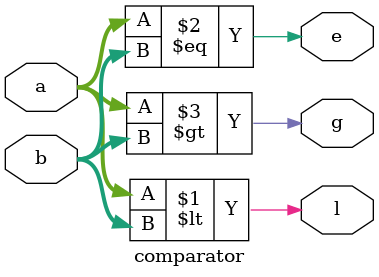
<source format=v>
`timescale 1ns / 1ps


module comparator #(parameter N = 3)(a,b,l,e,g);



input [N-1:0]a,b;
output l,e,g;

assign l = a<b;
assign e = a==b;
assign g = a>b;

endmodule

</source>
